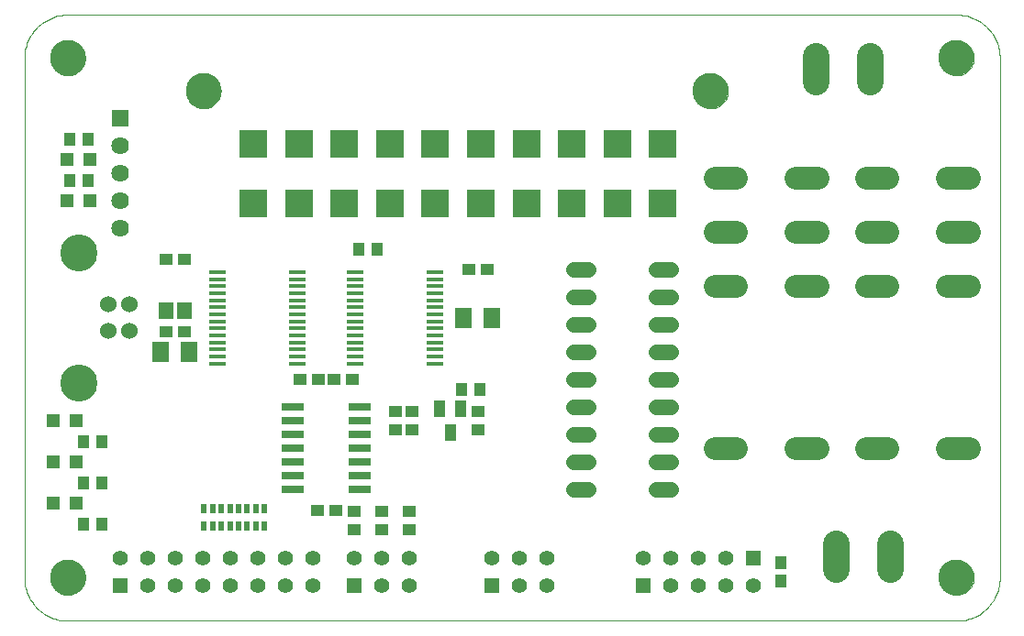
<source format=gts>
G75*
G70*
%OFA0B0*%
%FSLAX24Y24*%
%IPPOS*%
%LPD*%
%AMOC8*
5,1,8,0,0,1.08239X$1,22.5*
%
%ADD10R,0.1044X0.1044*%
%ADD11C,0.0000*%
%ADD12C,0.1300*%
%ADD13R,0.0590X0.0177*%
%ADD14R,0.0473X0.0434*%
%ADD15R,0.0640X0.0640*%
%ADD16C,0.0640*%
%ADD17R,0.0434X0.0473*%
%ADD18R,0.0591X0.0749*%
%ADD19C,0.0560*%
%ADD20C,0.0820*%
%ADD21R,0.0555X0.0555*%
%ADD22C,0.0555*%
%ADD23C,0.0977*%
%ADD24R,0.0512X0.0512*%
%ADD25R,0.0552X0.0631*%
%ADD26C,0.1346*%
%ADD27C,0.0602*%
%ADD28R,0.0197X0.0355*%
%ADD29R,0.0840X0.0300*%
%ADD30R,0.0434X0.0591*%
D10*
X013927Y022524D03*
X015580Y022524D03*
X017234Y022524D03*
X018887Y022524D03*
X020541Y022524D03*
X022194Y022524D03*
X023848Y022524D03*
X025502Y022524D03*
X027155Y022524D03*
X028809Y022524D03*
X028809Y024689D03*
X027155Y024689D03*
X025502Y024689D03*
X023848Y024689D03*
X022194Y024689D03*
X020541Y024689D03*
X018887Y024689D03*
X017234Y024689D03*
X015580Y024689D03*
X013927Y024689D03*
D11*
X007187Y007356D02*
X039470Y007356D01*
X038840Y008931D02*
X038842Y008981D01*
X038848Y009031D01*
X038858Y009080D01*
X038872Y009128D01*
X038889Y009175D01*
X038910Y009220D01*
X038935Y009264D01*
X038963Y009305D01*
X038995Y009344D01*
X039029Y009381D01*
X039066Y009415D01*
X039106Y009445D01*
X039148Y009472D01*
X039192Y009496D01*
X039238Y009517D01*
X039285Y009533D01*
X039333Y009546D01*
X039383Y009555D01*
X039432Y009560D01*
X039483Y009561D01*
X039533Y009558D01*
X039582Y009551D01*
X039631Y009540D01*
X039679Y009525D01*
X039725Y009507D01*
X039770Y009485D01*
X039813Y009459D01*
X039854Y009430D01*
X039893Y009398D01*
X039929Y009363D01*
X039961Y009325D01*
X039991Y009285D01*
X040018Y009242D01*
X040041Y009198D01*
X040060Y009152D01*
X040076Y009104D01*
X040088Y009055D01*
X040096Y009006D01*
X040100Y008956D01*
X040100Y008906D01*
X040096Y008856D01*
X040088Y008807D01*
X040076Y008758D01*
X040060Y008710D01*
X040041Y008664D01*
X040018Y008620D01*
X039991Y008577D01*
X039961Y008537D01*
X039929Y008499D01*
X039893Y008464D01*
X039854Y008432D01*
X039813Y008403D01*
X039770Y008377D01*
X039725Y008355D01*
X039679Y008337D01*
X039631Y008322D01*
X039582Y008311D01*
X039533Y008304D01*
X039483Y008301D01*
X039432Y008302D01*
X039383Y008307D01*
X039333Y008316D01*
X039285Y008329D01*
X039238Y008345D01*
X039192Y008366D01*
X039148Y008390D01*
X039106Y008417D01*
X039066Y008447D01*
X039029Y008481D01*
X038995Y008518D01*
X038963Y008557D01*
X038935Y008598D01*
X038910Y008642D01*
X038889Y008687D01*
X038872Y008734D01*
X038858Y008782D01*
X038848Y008831D01*
X038842Y008881D01*
X038840Y008931D01*
X039470Y007356D02*
X039547Y007358D01*
X039624Y007364D01*
X039701Y007373D01*
X039777Y007386D01*
X039853Y007403D01*
X039927Y007424D01*
X040001Y007448D01*
X040073Y007476D01*
X040143Y007507D01*
X040212Y007542D01*
X040280Y007580D01*
X040345Y007621D01*
X040408Y007666D01*
X040469Y007714D01*
X040528Y007764D01*
X040584Y007817D01*
X040637Y007873D01*
X040687Y007932D01*
X040735Y007993D01*
X040780Y008056D01*
X040821Y008121D01*
X040859Y008189D01*
X040894Y008258D01*
X040925Y008328D01*
X040953Y008400D01*
X040977Y008474D01*
X040998Y008548D01*
X041015Y008624D01*
X041028Y008700D01*
X041037Y008777D01*
X041043Y008854D01*
X041045Y008931D01*
X041045Y027829D01*
X038840Y027829D02*
X038842Y027879D01*
X038848Y027929D01*
X038858Y027978D01*
X038872Y028026D01*
X038889Y028073D01*
X038910Y028118D01*
X038935Y028162D01*
X038963Y028203D01*
X038995Y028242D01*
X039029Y028279D01*
X039066Y028313D01*
X039106Y028343D01*
X039148Y028370D01*
X039192Y028394D01*
X039238Y028415D01*
X039285Y028431D01*
X039333Y028444D01*
X039383Y028453D01*
X039432Y028458D01*
X039483Y028459D01*
X039533Y028456D01*
X039582Y028449D01*
X039631Y028438D01*
X039679Y028423D01*
X039725Y028405D01*
X039770Y028383D01*
X039813Y028357D01*
X039854Y028328D01*
X039893Y028296D01*
X039929Y028261D01*
X039961Y028223D01*
X039991Y028183D01*
X040018Y028140D01*
X040041Y028096D01*
X040060Y028050D01*
X040076Y028002D01*
X040088Y027953D01*
X040096Y027904D01*
X040100Y027854D01*
X040100Y027804D01*
X040096Y027754D01*
X040088Y027705D01*
X040076Y027656D01*
X040060Y027608D01*
X040041Y027562D01*
X040018Y027518D01*
X039991Y027475D01*
X039961Y027435D01*
X039929Y027397D01*
X039893Y027362D01*
X039854Y027330D01*
X039813Y027301D01*
X039770Y027275D01*
X039725Y027253D01*
X039679Y027235D01*
X039631Y027220D01*
X039582Y027209D01*
X039533Y027202D01*
X039483Y027199D01*
X039432Y027200D01*
X039383Y027205D01*
X039333Y027214D01*
X039285Y027227D01*
X039238Y027243D01*
X039192Y027264D01*
X039148Y027288D01*
X039106Y027315D01*
X039066Y027345D01*
X039029Y027379D01*
X038995Y027416D01*
X038963Y027455D01*
X038935Y027496D01*
X038910Y027540D01*
X038889Y027585D01*
X038872Y027632D01*
X038858Y027680D01*
X038848Y027729D01*
X038842Y027779D01*
X038840Y027829D01*
X039470Y029404D02*
X039547Y029402D01*
X039624Y029396D01*
X039701Y029387D01*
X039777Y029374D01*
X039853Y029357D01*
X039927Y029336D01*
X040001Y029312D01*
X040073Y029284D01*
X040143Y029253D01*
X040212Y029218D01*
X040280Y029180D01*
X040345Y029139D01*
X040408Y029094D01*
X040469Y029046D01*
X040528Y028996D01*
X040584Y028943D01*
X040637Y028887D01*
X040687Y028828D01*
X040735Y028767D01*
X040780Y028704D01*
X040821Y028639D01*
X040859Y028571D01*
X040894Y028502D01*
X040925Y028432D01*
X040953Y028360D01*
X040977Y028286D01*
X040998Y028212D01*
X041015Y028136D01*
X041028Y028060D01*
X041037Y027983D01*
X041043Y027906D01*
X041045Y027829D01*
X039470Y029404D02*
X007187Y029404D01*
X006557Y027829D02*
X006559Y027879D01*
X006565Y027929D01*
X006575Y027978D01*
X006589Y028026D01*
X006606Y028073D01*
X006627Y028118D01*
X006652Y028162D01*
X006680Y028203D01*
X006712Y028242D01*
X006746Y028279D01*
X006783Y028313D01*
X006823Y028343D01*
X006865Y028370D01*
X006909Y028394D01*
X006955Y028415D01*
X007002Y028431D01*
X007050Y028444D01*
X007100Y028453D01*
X007149Y028458D01*
X007200Y028459D01*
X007250Y028456D01*
X007299Y028449D01*
X007348Y028438D01*
X007396Y028423D01*
X007442Y028405D01*
X007487Y028383D01*
X007530Y028357D01*
X007571Y028328D01*
X007610Y028296D01*
X007646Y028261D01*
X007678Y028223D01*
X007708Y028183D01*
X007735Y028140D01*
X007758Y028096D01*
X007777Y028050D01*
X007793Y028002D01*
X007805Y027953D01*
X007813Y027904D01*
X007817Y027854D01*
X007817Y027804D01*
X007813Y027754D01*
X007805Y027705D01*
X007793Y027656D01*
X007777Y027608D01*
X007758Y027562D01*
X007735Y027518D01*
X007708Y027475D01*
X007678Y027435D01*
X007646Y027397D01*
X007610Y027362D01*
X007571Y027330D01*
X007530Y027301D01*
X007487Y027275D01*
X007442Y027253D01*
X007396Y027235D01*
X007348Y027220D01*
X007299Y027209D01*
X007250Y027202D01*
X007200Y027199D01*
X007149Y027200D01*
X007100Y027205D01*
X007050Y027214D01*
X007002Y027227D01*
X006955Y027243D01*
X006909Y027264D01*
X006865Y027288D01*
X006823Y027315D01*
X006783Y027345D01*
X006746Y027379D01*
X006712Y027416D01*
X006680Y027455D01*
X006652Y027496D01*
X006627Y027540D01*
X006606Y027585D01*
X006589Y027632D01*
X006575Y027680D01*
X006565Y027729D01*
X006559Y027779D01*
X006557Y027829D01*
X005612Y027829D02*
X005614Y027906D01*
X005620Y027983D01*
X005629Y028060D01*
X005642Y028136D01*
X005659Y028212D01*
X005680Y028286D01*
X005704Y028360D01*
X005732Y028432D01*
X005763Y028502D01*
X005798Y028571D01*
X005836Y028639D01*
X005877Y028704D01*
X005922Y028767D01*
X005970Y028828D01*
X006020Y028887D01*
X006073Y028943D01*
X006129Y028996D01*
X006188Y029046D01*
X006249Y029094D01*
X006312Y029139D01*
X006377Y029180D01*
X006445Y029218D01*
X006514Y029253D01*
X006584Y029284D01*
X006656Y029312D01*
X006730Y029336D01*
X006804Y029357D01*
X006880Y029374D01*
X006956Y029387D01*
X007033Y029396D01*
X007110Y029402D01*
X007187Y029404D01*
X005612Y027829D02*
X005612Y008931D01*
X006557Y008931D02*
X006559Y008981D01*
X006565Y009031D01*
X006575Y009080D01*
X006589Y009128D01*
X006606Y009175D01*
X006627Y009220D01*
X006652Y009264D01*
X006680Y009305D01*
X006712Y009344D01*
X006746Y009381D01*
X006783Y009415D01*
X006823Y009445D01*
X006865Y009472D01*
X006909Y009496D01*
X006955Y009517D01*
X007002Y009533D01*
X007050Y009546D01*
X007100Y009555D01*
X007149Y009560D01*
X007200Y009561D01*
X007250Y009558D01*
X007299Y009551D01*
X007348Y009540D01*
X007396Y009525D01*
X007442Y009507D01*
X007487Y009485D01*
X007530Y009459D01*
X007571Y009430D01*
X007610Y009398D01*
X007646Y009363D01*
X007678Y009325D01*
X007708Y009285D01*
X007735Y009242D01*
X007758Y009198D01*
X007777Y009152D01*
X007793Y009104D01*
X007805Y009055D01*
X007813Y009006D01*
X007817Y008956D01*
X007817Y008906D01*
X007813Y008856D01*
X007805Y008807D01*
X007793Y008758D01*
X007777Y008710D01*
X007758Y008664D01*
X007735Y008620D01*
X007708Y008577D01*
X007678Y008537D01*
X007646Y008499D01*
X007610Y008464D01*
X007571Y008432D01*
X007530Y008403D01*
X007487Y008377D01*
X007442Y008355D01*
X007396Y008337D01*
X007348Y008322D01*
X007299Y008311D01*
X007250Y008304D01*
X007200Y008301D01*
X007149Y008302D01*
X007100Y008307D01*
X007050Y008316D01*
X007002Y008329D01*
X006955Y008345D01*
X006909Y008366D01*
X006865Y008390D01*
X006823Y008417D01*
X006783Y008447D01*
X006746Y008481D01*
X006712Y008518D01*
X006680Y008557D01*
X006652Y008598D01*
X006627Y008642D01*
X006606Y008687D01*
X006589Y008734D01*
X006575Y008782D01*
X006565Y008831D01*
X006559Y008881D01*
X006557Y008931D01*
X005612Y008931D02*
X005614Y008854D01*
X005620Y008777D01*
X005629Y008700D01*
X005642Y008624D01*
X005659Y008548D01*
X005680Y008474D01*
X005704Y008400D01*
X005732Y008328D01*
X005763Y008258D01*
X005798Y008189D01*
X005836Y008121D01*
X005877Y008056D01*
X005922Y007993D01*
X005970Y007932D01*
X006020Y007873D01*
X006073Y007817D01*
X006129Y007764D01*
X006188Y007714D01*
X006249Y007666D01*
X006312Y007621D01*
X006377Y007580D01*
X006445Y007542D01*
X006514Y007507D01*
X006584Y007476D01*
X006656Y007448D01*
X006730Y007424D01*
X006804Y007403D01*
X006880Y007386D01*
X006956Y007373D01*
X007033Y007364D01*
X007110Y007358D01*
X007187Y007356D01*
X011486Y026630D02*
X011488Y026680D01*
X011494Y026730D01*
X011504Y026779D01*
X011518Y026827D01*
X011535Y026874D01*
X011556Y026919D01*
X011581Y026963D01*
X011609Y027004D01*
X011641Y027043D01*
X011675Y027080D01*
X011712Y027114D01*
X011752Y027144D01*
X011794Y027171D01*
X011838Y027195D01*
X011884Y027216D01*
X011931Y027232D01*
X011979Y027245D01*
X012029Y027254D01*
X012078Y027259D01*
X012129Y027260D01*
X012179Y027257D01*
X012228Y027250D01*
X012277Y027239D01*
X012325Y027224D01*
X012371Y027206D01*
X012416Y027184D01*
X012459Y027158D01*
X012500Y027129D01*
X012539Y027097D01*
X012575Y027062D01*
X012607Y027024D01*
X012637Y026984D01*
X012664Y026941D01*
X012687Y026897D01*
X012706Y026851D01*
X012722Y026803D01*
X012734Y026754D01*
X012742Y026705D01*
X012746Y026655D01*
X012746Y026605D01*
X012742Y026555D01*
X012734Y026506D01*
X012722Y026457D01*
X012706Y026409D01*
X012687Y026363D01*
X012664Y026319D01*
X012637Y026276D01*
X012607Y026236D01*
X012575Y026198D01*
X012539Y026163D01*
X012500Y026131D01*
X012459Y026102D01*
X012416Y026076D01*
X012371Y026054D01*
X012325Y026036D01*
X012277Y026021D01*
X012228Y026010D01*
X012179Y026003D01*
X012129Y026000D01*
X012078Y026001D01*
X012029Y026006D01*
X011979Y026015D01*
X011931Y026028D01*
X011884Y026044D01*
X011838Y026065D01*
X011794Y026089D01*
X011752Y026116D01*
X011712Y026146D01*
X011675Y026180D01*
X011641Y026217D01*
X011609Y026256D01*
X011581Y026297D01*
X011556Y026341D01*
X011535Y026386D01*
X011518Y026433D01*
X011504Y026481D01*
X011494Y026530D01*
X011488Y026580D01*
X011486Y026630D01*
X029911Y026630D02*
X029913Y026680D01*
X029919Y026730D01*
X029929Y026779D01*
X029943Y026827D01*
X029960Y026874D01*
X029981Y026919D01*
X030006Y026963D01*
X030034Y027004D01*
X030066Y027043D01*
X030100Y027080D01*
X030137Y027114D01*
X030177Y027144D01*
X030219Y027171D01*
X030263Y027195D01*
X030309Y027216D01*
X030356Y027232D01*
X030404Y027245D01*
X030454Y027254D01*
X030503Y027259D01*
X030554Y027260D01*
X030604Y027257D01*
X030653Y027250D01*
X030702Y027239D01*
X030750Y027224D01*
X030796Y027206D01*
X030841Y027184D01*
X030884Y027158D01*
X030925Y027129D01*
X030964Y027097D01*
X031000Y027062D01*
X031032Y027024D01*
X031062Y026984D01*
X031089Y026941D01*
X031112Y026897D01*
X031131Y026851D01*
X031147Y026803D01*
X031159Y026754D01*
X031167Y026705D01*
X031171Y026655D01*
X031171Y026605D01*
X031167Y026555D01*
X031159Y026506D01*
X031147Y026457D01*
X031131Y026409D01*
X031112Y026363D01*
X031089Y026319D01*
X031062Y026276D01*
X031032Y026236D01*
X031000Y026198D01*
X030964Y026163D01*
X030925Y026131D01*
X030884Y026102D01*
X030841Y026076D01*
X030796Y026054D01*
X030750Y026036D01*
X030702Y026021D01*
X030653Y026010D01*
X030604Y026003D01*
X030554Y026000D01*
X030503Y026001D01*
X030454Y026006D01*
X030404Y026015D01*
X030356Y026028D01*
X030309Y026044D01*
X030263Y026065D01*
X030219Y026089D01*
X030177Y026116D01*
X030137Y026146D01*
X030100Y026180D01*
X030066Y026217D01*
X030034Y026256D01*
X030006Y026297D01*
X029981Y026341D01*
X029960Y026386D01*
X029943Y026433D01*
X029929Y026481D01*
X029919Y026530D01*
X029913Y026580D01*
X029911Y026630D01*
D12*
X030541Y026630D03*
X039470Y027829D03*
X012116Y026630D03*
X007187Y027829D03*
X007187Y008931D03*
X039470Y008931D03*
D13*
X020518Y016717D03*
X020518Y016973D03*
X020518Y017228D03*
X020518Y017484D03*
X020518Y017740D03*
X020518Y017996D03*
X020518Y018252D03*
X020518Y018508D03*
X020518Y018764D03*
X020518Y019020D03*
X020518Y019276D03*
X020518Y019532D03*
X020518Y019787D03*
X020518Y020043D03*
X017639Y020043D03*
X017639Y019787D03*
X017639Y019532D03*
X017639Y019276D03*
X017639Y019020D03*
X017639Y018764D03*
X017639Y018508D03*
X017639Y018252D03*
X017639Y017996D03*
X017639Y017740D03*
X017639Y017484D03*
X017639Y017228D03*
X017639Y016973D03*
X017639Y016717D03*
X015518Y016717D03*
X015518Y016973D03*
X015518Y017228D03*
X015518Y017484D03*
X015518Y017740D03*
X015518Y017996D03*
X015518Y018252D03*
X015518Y018508D03*
X015518Y018764D03*
X015518Y019020D03*
X015518Y019276D03*
X015518Y019532D03*
X015518Y019787D03*
X015518Y020043D03*
X012639Y020043D03*
X012639Y019787D03*
X012639Y019532D03*
X012639Y019276D03*
X012639Y019020D03*
X012639Y018764D03*
X012639Y018508D03*
X012639Y018252D03*
X012639Y017996D03*
X012639Y017740D03*
X012639Y017484D03*
X012639Y017228D03*
X012639Y016973D03*
X012639Y016717D03*
D14*
X011413Y017880D03*
X010744Y017880D03*
X010744Y020505D03*
X011413Y020505D03*
X015619Y016130D03*
X016288Y016130D03*
X016869Y016130D03*
X017538Y016130D03*
X019078Y014965D03*
X019703Y014965D03*
X019703Y014295D03*
X019078Y014295D03*
X022078Y014295D03*
X022078Y014965D03*
X019578Y011340D03*
X019578Y010670D03*
X018578Y010670D03*
X018578Y011340D03*
X017578Y011340D03*
X016913Y011380D03*
X016244Y011380D03*
X017578Y010670D03*
X021744Y020130D03*
X022413Y020130D03*
D15*
X009078Y025630D03*
D16*
X009078Y024630D03*
X009078Y023630D03*
X009078Y022630D03*
X009078Y021630D03*
D17*
X007913Y023380D03*
X007244Y023380D03*
X007244Y024880D03*
X007913Y024880D03*
X017744Y020880D03*
X018413Y020880D03*
X021494Y015755D03*
X022163Y015755D03*
X033078Y009465D03*
X033078Y008795D03*
X008413Y010880D03*
X007744Y010880D03*
X007744Y012380D03*
X008413Y012380D03*
X008413Y013880D03*
X007744Y013880D03*
D18*
X010567Y017130D03*
X011590Y017130D03*
X021567Y018380D03*
X022590Y018380D03*
D19*
X025568Y018130D02*
X026088Y018130D01*
X026088Y017130D02*
X025568Y017130D01*
X025568Y016130D02*
X026088Y016130D01*
X026088Y015130D02*
X025568Y015130D01*
X025568Y014130D02*
X026088Y014130D01*
X026088Y013130D02*
X025568Y013130D01*
X025568Y012130D02*
X026088Y012130D01*
X028568Y012130D02*
X029088Y012130D01*
X029088Y013130D02*
X028568Y013130D01*
X028568Y014130D02*
X029088Y014130D01*
X029088Y015130D02*
X028568Y015130D01*
X028568Y016130D02*
X029088Y016130D01*
X029088Y017130D02*
X028568Y017130D01*
X028568Y018130D02*
X029088Y018130D01*
X029088Y019130D02*
X028568Y019130D01*
X028568Y020130D02*
X029088Y020130D01*
X026088Y020130D02*
X025568Y020130D01*
X025568Y019130D02*
X026088Y019130D01*
D20*
X030688Y019540D02*
X031468Y019540D01*
X033638Y019540D02*
X034418Y019540D01*
X036188Y019540D02*
X036968Y019540D01*
X039138Y019540D02*
X039918Y019540D01*
X039918Y021500D02*
X039138Y021500D01*
X036968Y021500D02*
X036188Y021500D01*
X034418Y021500D02*
X033638Y021500D01*
X031468Y021500D02*
X030688Y021500D01*
X030688Y023470D02*
X031468Y023470D01*
X033638Y023470D02*
X034418Y023470D01*
X036188Y023470D02*
X036968Y023470D01*
X039138Y023470D02*
X039918Y023470D01*
X039918Y013630D02*
X039138Y013630D01*
X036968Y013630D02*
X036188Y013630D01*
X034418Y013630D02*
X033638Y013630D01*
X031468Y013630D02*
X030688Y013630D01*
D21*
X032078Y009630D03*
X028078Y008630D03*
X022578Y008630D03*
X017578Y008630D03*
X009078Y008630D03*
D22*
X010078Y008630D03*
X011078Y008630D03*
X012078Y008630D03*
X013078Y008630D03*
X014078Y008630D03*
X015078Y008630D03*
X016078Y008630D03*
X016078Y009630D03*
X015078Y009630D03*
X014078Y009630D03*
X013078Y009630D03*
X012078Y009630D03*
X011078Y009630D03*
X010078Y009630D03*
X009078Y009630D03*
X017578Y009630D03*
X018578Y009630D03*
X019578Y009630D03*
X019578Y008630D03*
X018578Y008630D03*
X022578Y009630D03*
X023578Y009630D03*
X024578Y009630D03*
X024578Y008630D03*
X023578Y008630D03*
X028078Y009630D03*
X029078Y009630D03*
X030078Y009630D03*
X031078Y009630D03*
X031078Y008630D03*
X030078Y008630D03*
X029078Y008630D03*
X032078Y008630D03*
D23*
X035094Y009234D02*
X035094Y010171D01*
X037063Y010171D02*
X037063Y009234D01*
X036313Y026964D02*
X036313Y027901D01*
X034344Y027901D02*
X034344Y026964D01*
D24*
X007992Y024130D03*
X007165Y024130D03*
X007165Y022630D03*
X007992Y022630D03*
X007492Y014630D03*
X006665Y014630D03*
X006665Y013130D03*
X007492Y013130D03*
X007492Y011630D03*
X006665Y011630D03*
D25*
X010744Y018630D03*
X011413Y018630D03*
D26*
X007578Y020750D03*
X007578Y016010D03*
D27*
X008645Y017888D03*
X009433Y017888D03*
X009433Y018872D03*
X008645Y018872D03*
D28*
X012133Y011445D03*
X012448Y011445D03*
X012763Y011445D03*
X013078Y011445D03*
X013393Y011445D03*
X013708Y011445D03*
X014023Y011445D03*
X014338Y011445D03*
X014338Y010815D03*
X014023Y010815D03*
X013708Y010815D03*
X013393Y010815D03*
X013078Y010815D03*
X012763Y010815D03*
X012448Y010815D03*
X012133Y010815D03*
D29*
X015368Y012130D03*
X015368Y012630D03*
X015368Y013130D03*
X015368Y013630D03*
X015368Y014130D03*
X015368Y014630D03*
X015368Y015130D03*
X017788Y015130D03*
X017788Y014630D03*
X017788Y014130D03*
X017788Y013630D03*
X017788Y013130D03*
X017788Y012630D03*
X017788Y012130D03*
D30*
X021078Y014197D03*
X020704Y015063D03*
X021452Y015063D03*
M02*

</source>
